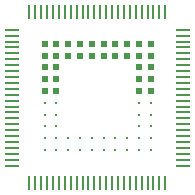
<source format=gbr>
* 
 G4_C Author: VisualCAM(tm) 16.9.141 Fri May 19 14:58:34 2023* 
 G4 RS274-X Output * 
 G4 File Name:Cut Test 5.1 * 
 %LPD*% 
 %LNCut Test 5.1*% 
 %FSLAX33Y33*% 
 %MOMM*% 
 %AD*% 
 %AD*% 
 %ADD10O,0.25X1.2*% 
 %ADD11O,1.2X0.25*% 
 %ADD12C,0.3*% 
 %ADD13R,0.5X0.5*% 
 G54D10* 
 %SRX1Y1I0.0J0.0*% 
 G1X-5750Y-7250D3* 
 G1X-5251Y-7250D3* 
 G1X-4750Y-7250D3* 
 G1X-4250Y-7250D3* 
 G1X-3751Y-7250D3* 
 G1X-3251Y-7250D3* 
 G1X-2751Y-7250D3* 
 G1X-2251Y-7250D3* 
 G1X-1751Y-7250D3* 
 G1X-1251Y-7250D3* 
 G1X-751Y-7250D3* 
 G1X-251Y-7250D3* 
 G1X249Y-7250D3* 
 G1X749Y-7250D3* 
 G1X1250Y-7250D3* 
 G1X1750Y-7250D3* 
 G1X2250Y-7250D3* 
 G1X2750Y-7250D3* 
 G1X3250Y-7250D3* 
 G1X3750Y-7250D3* 
 G1X4250Y-7250D3* 
 G1X4750Y-7250D3* 
 G1X5250Y-7250D3* 
 G1X5750Y-7250D3* 
 G1X-5750Y7250D3* 
 G1X-5251Y7250D3* 
 G1X-4750Y7250D3* 
 G1X-4250Y7250D3* 
 G1X-3751Y7250D3* 
 G1X-3251Y7250D3* 
 G1X-2751Y7250D3* 
 G1X-2251Y7250D3* 
 G1X-1751Y7250D3* 
 G1X-1251Y7250D3* 
 G1X-751Y7250D3* 
 G1X-251Y7250D3* 
 G1X249Y7250D3* 
 G1X749Y7250D3* 
 G1X1250Y7250D3* 
 G1X1750Y7250D3* 
 G1X2250Y7250D3* 
 G1X2750Y7250D3* 
 G1X3250Y7250D3* 
 G1X3750Y7250D3* 
 G1X4250Y7250D3* 
 G1X4750Y7250D3* 
 G1X5250Y7250D3* 
 G1X5750Y7250D3* 
 G54D11* 
 G1X-7250Y-5750D3* 
 G1X7250Y-5750D3* 
 G1X-7250Y-5250D3* 
 G1X7250Y-5250D3* 
 G1X-7250Y-4750D3* 
 G1X7250Y-4750D3* 
 G1X-7250Y-4250D3* 
 G1X7250Y-4250D3* 
 G1X-7250Y-3750D3* 
 G1X7250Y-3750D3* 
 G1X-7250Y-3250D3* 
 G1X7250Y-3250D3* 
 G1X-7250Y-2750D3* 
 G1X7250Y-2750D3* 
 G1X-7250Y-2250D3* 
 G1X7250Y-2250D3* 
 G1X-7250Y-1750D3* 
 G1X7250Y-1750D3* 
 G1X-7250Y-1250D3* 
 G1X7250Y-1250D3* 
 G1X-7250Y-751D3* 
 G1X7250Y-751D3* 
 G1X-7250Y-250D3* 
 G1X7250Y-250D3* 
 G1X-7250Y250D3* 
 G1X7250Y250D3* 
 G1X-7250Y750D3* 
 G1X7250Y750D3* 
 G1X-7250Y1250D3* 
 G1X7250Y1250D3* 
 G1X-7250Y1750D3* 
 G1X7250Y1750D3* 
 G1X-7250Y2250D3* 
 G1X7250Y2250D3* 
 G1X-7250Y2750D3* 
 G1X7250Y2750D3* 
 G1X-7250Y3250D3* 
 G1X7250Y3250D3* 
 G1X-7250Y3750D3* 
 G1X7250Y3750D3* 
 G1X-7250Y4250D3* 
 G1X7250Y4250D3* 
 G1X-7250Y4750D3* 
 G1X7250Y4750D3* 
 G1X-7250Y5250D3* 
 G1X7250Y5250D3* 
 G1X-7250Y5750D3* 
 G1X7250Y5750D3* 
 G54D13* 
 G1X-4465Y570D3* 
 G1X-3465Y570D3* 
 G1X3534Y570D3* 
 G1X4532Y570D3* 
 G1X-4465Y1570D3* 
 G1X-3465Y1570D3* 
 G1X3534Y1570D3* 
 G1X4532Y1570D3* 
 G1X-4465Y2570D3* 
 G1X-3465Y2570D3* 
 G1X3534Y2570D3* 
 G1X4532Y2570D3* 
 G1X-4465Y3567D3* 
 G1X-3465Y3567D3* 
 G1X-2465Y3567D3* 
 G1X-1465Y3567D3* 
 G1X-465Y3567D3* 
 G1X535Y3567D3* 
 G1X1535Y3567D3* 
 G1X2535Y3567D3* 
 G1X3534Y3567D3* 
 G1X4532Y3567D3* 
 G1X-4465Y4570D3* 
 G1X-3465Y4570D3* 
 G1X-2465Y4570D3* 
 G1X-1465Y4570D3* 
 G1X-465Y4570D3* 
 G1X535Y4570D3* 
 G1X1535Y4570D3* 
 G1X2535Y4570D3* 
 G1X3534Y4570D3* 
 G1X4532Y4570D3* 
 G54D12* 
 G1X-4465Y-4430D3* 
 G1X-3465Y-4430D3* 
 G1X-2465Y-4430D3* 
 G1X-1465Y-4430D3* 
 G1X-465Y-4430D3* 
 G1X535Y-4430D3* 
 G1X1535Y-4430D3* 
 G1X2535Y-4430D3* 
 G1X3534Y-4430D3* 
 G1X4532Y-4430D3* 
 G1X-4465Y-3430D3* 
 G1X-3465Y-3430D3* 
 G1X-2465Y-3430D3* 
 G1X-1465Y-3430D3* 
 G1X-465Y-3430D3* 
 G1X535Y-3430D3* 
 G1X1535Y-3430D3* 
 G1X2535Y-3430D3* 
 G1X3534Y-3430D3* 
 G1X4532Y-3430D3* 
 G1X-4465Y-2430D3* 
 G1X-3465Y-2430D3* 
 G1X3534Y-2430D3* 
 G1X4532Y-2430D3* 
 G1X-4465Y-1431D3* 
 G1X-3465Y-1431D3* 
 G1X3534Y-1431D3* 
 G1X4532Y-1431D3* 
 G1X-4465Y-430D3* 
 G1X-3465Y-430D3* 
 G1X3534Y-430D3* 
 G1X4532Y-430D3* 
 M02*

</source>
